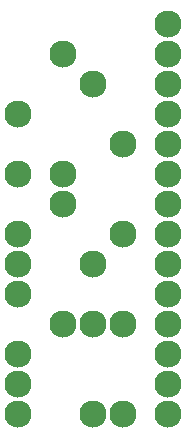
<source format=gbr>
%TF.GenerationSoftware,KiCad,Pcbnew,(5.1.6)-1*%
%TF.CreationDate,2022-03-03T14:21:22-05:00*%
%TF.ProjectId,lcd_connector,6c63645f-636f-46e6-9e65-63746f722e6b,rev?*%
%TF.SameCoordinates,Original*%
%TF.FileFunction,Soldermask,Bot*%
%TF.FilePolarity,Negative*%
%FSLAX46Y46*%
G04 Gerber Fmt 4.6, Leading zero omitted, Abs format (unit mm)*
G04 Created by KiCad (PCBNEW (5.1.6)-1) date 2022-03-03 14:21:22*
%MOMM*%
%LPD*%
G01*
G04 APERTURE LIST*
%ADD10C,2.300000*%
G04 APERTURE END LIST*
D10*
%TO.C,R1*%
X8890000Y10160000D03*
X8890000Y2540000D03*
%TD*%
%TO.C,R2*%
X11430000Y2540000D03*
X11430000Y10160000D03*
%TD*%
%TO.C,M1*%
X15240000Y2540000D03*
X15240000Y5080000D03*
X15240000Y7620000D03*
X15240000Y10160000D03*
X15240000Y12700000D03*
X15240000Y15240000D03*
X15240000Y17780000D03*
X15240000Y20320000D03*
X15240000Y22860000D03*
X15240000Y25400000D03*
X15240000Y27940000D03*
X15240000Y30480000D03*
X15240000Y33020000D03*
X15240000Y35560000D03*
%TD*%
%TO.C,J1*%
X2540000Y2540000D03*
%TD*%
%TO.C,J2*%
X2540000Y27940000D03*
%TD*%
%TO.C,J3*%
X2540000Y17780000D03*
%TD*%
%TO.C,J4*%
X2540000Y22860000D03*
%TD*%
%TO.C,J5*%
X2540000Y12700000D03*
%TD*%
%TO.C,J6*%
X2540000Y7620000D03*
%TD*%
%TO.C,J7*%
X2540000Y15240000D03*
%TD*%
%TO.C,J8*%
X2540000Y5080000D03*
%TD*%
%TO.C,V1*%
X6350000Y20320000D03*
%TD*%
%TO.C,V2*%
X6350000Y10160000D03*
%TD*%
%TO.C,V3*%
X11430000Y25400000D03*
%TD*%
%TO.C,V5*%
X11430000Y17780000D03*
%TD*%
%TO.C,V6*%
X6350000Y22860000D03*
%TD*%
%TO.C,V7*%
X8890000Y15240000D03*
%TD*%
%TO.C,V8*%
X6350000Y33020000D03*
%TD*%
%TO.C,V9*%
X8890000Y30480000D03*
%TD*%
M02*

</source>
